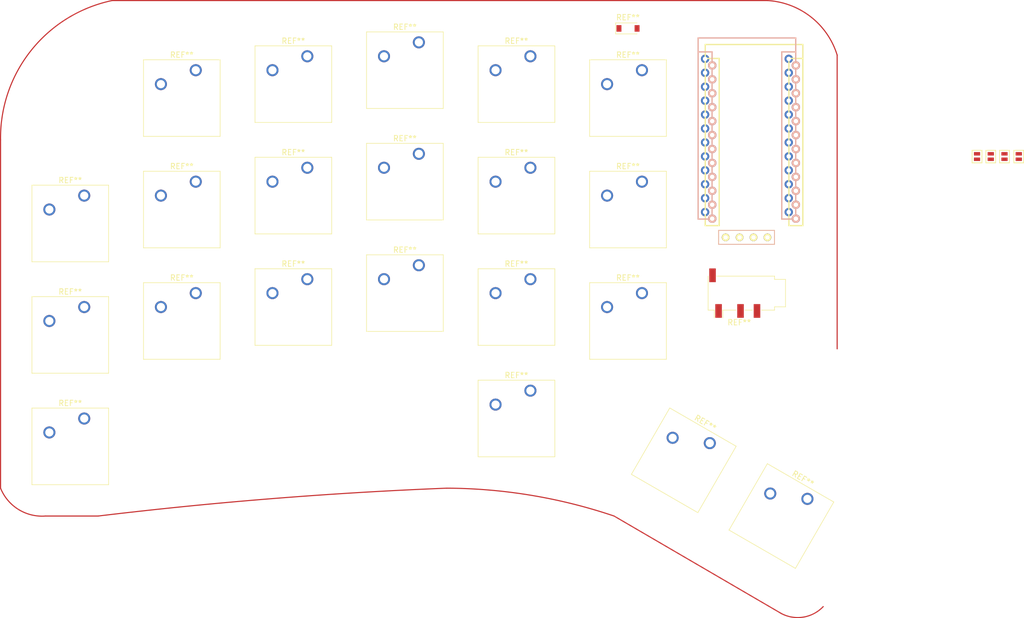
<source format=kicad_pcb>
(kicad_pcb (version 20211014) (generator pcbnew)
  (layers (0 "F.Cu" signal) (31 "B.Cu" signal) (34 "B.Paste" user) (35 "F.Paste" user) (36 "B.SilkS" user "B.Silkscreen") (37 "F.SilkS" user "F.Silkscreen") (38 "B.Mask" user) (39 "F.Mask" user) (44 "Edge.Cuts" user))
  (net 0 "")
  (footprint "Lily58-footprint:Jumper" (layer "F.Cu") (at 213.42 71.62038 90)
    (fp_text reference "JP1" hide)
    (fp_text value "" hide)
    (fp_line (start -1.143 -0.889) (end 1.143 -0.889) (layer "F.SilkS") (width 0.15))
    (fp_line (start -1.143 0.889) (end -1.143 -0.889) (layer "F.SilkS") (width 0.15))
    (fp_line (start 1.143 -0.889) (end 1.143 0.889) (layer "F.SilkS") (width 0.15))
    (fp_line (start 1.143 0.889) (end -1.143 0.889) (layer "F.SilkS") (width 0.15))
    (pad "1" smd rect locked (at -0.50038 0 90) (size 0.635 1.143) (layers "F.Cu" "F.Paste" "F.Mask") (clearance 0.1905))
    (pad "2" smd rect locked (at 0.50038 0 90) (size 0.635 1.143) (layers "F.Cu" "F.Paste" "F.Mask") (clearance 0.1905))
  )
  (footprint "Button_Switch_Keyboard:SW_Cherry_MX_1.00u_PCB" (layer "F.Cu") (at 144.78 96.52)
    (fp_text reference "REF**" (at -2.54 -2.794) (layer "F.SilkS"))
    (fp_text value "SW_Cherry_MX_1.00u_PCB")
    (fp_line (start -9.525 12.065) (end -9.525 -1.905) (layer "F.SilkS") (width 0.12))
    (fp_line (start 4.445 12.065) (end -9.525 12.065) (layer "F.SilkS") (width 0.12))
    (fp_line (start -9.525 -1.905) (end 4.445 -1.905) (layer "F.SilkS") (width 0.12))
    (fp_line (start 4.445 -1.905) (end 4.445 12.065) (layer "F.SilkS") (width 0.12))
    (pad "" np_thru_hole circle (at 2.54 5.08) (size 1.7 1.7) (drill 1.7) (layers *.Cu *.Mask))
    (pad "" np_thru_hole circle (at -2.54 5.08) (size 4 4) (drill 4) (layers *.Cu *.Mask))
    (pad "" np_thru_hole circle (at -7.62 5.08) (size 1.7 1.7) (drill 1.7) (layers *.Cu *.Mask))
    (pad "1" thru_hole circle (at 0 0) (size 2.2 2.2) (drill 1.5) (layers *.Cu *.Mask))
    (pad "2" thru_hole circle (at -6.35 2.54) (size 2.2 2.2) (drill 1.5) (layers *.Cu *.Mask))
  )
  (footprint "Button_Switch_Keyboard:SW_Cherry_MX_1.00u_PCB" (layer "F.Cu") (at 124.46 53.34)
    (fp_text reference "REF**" (at -2.54 -2.794) (layer "F.SilkS"))
    (fp_text value "SW_Cherry_MX_1.00u_PCB")
    (fp_line (start -9.525 12.065) (end -9.525 -1.905) (layer "F.SilkS") (width 0.12))
    (fp_line (start 4.445 12.065) (end -9.525 12.065) (layer "F.SilkS") (width 0.12))
    (fp_line (start -9.525 -1.905) (end 4.445 -1.905) (layer "F.SilkS") (width 0.12))
    (fp_line (start 4.445 -1.905) (end 4.445 12.065) (layer "F.SilkS") (width 0.12))
    (pad "" np_thru_hole circle (at 2.54 5.08) (size 1.7 1.7) (drill 1.7) (layers *.Cu *.Mask))
    (pad "" np_thru_hole circle (at -2.54 5.08) (size 4 4) (drill 4) (layers *.Cu *.Mask))
    (pad "" np_thru_hole circle (at -7.62 5.08) (size 1.7 1.7) (drill 1.7) (layers *.Cu *.Mask))
    (pad "1" thru_hole circle (at 0 0) (size 2.2 2.2) (drill 1.5) (layers *.Cu *.Mask))
    (pad "2" thru_hole circle (at -6.35 2.54) (size 2.2 2.2) (drill 1.5) (layers *.Cu *.Mask))
  )
  (footprint "Button_Switch_Keyboard:SW_Cherry_MX_1.00u_PCB" (layer "F.Cu") (at 63.5 76.2)
    (fp_text reference "REF**" (at -2.54 -2.794) (layer "F.SilkS"))
    (fp_text value "SW_Cherry_MX_1.00u_PCB")
    (fp_line (start -9.525 12.065) (end -9.525 -1.905) (layer "F.SilkS") (width 0.12))
    (fp_line (start 4.445 12.065) (end -9.525 12.065) (layer "F.SilkS") (width 0.12))
    (fp_line (start -9.525 -1.905) (end 4.445 -1.905) (layer "F.SilkS") (width 0.12))
    (fp_line (start 4.445 -1.905) (end 4.445 12.065) (layer "F.SilkS") (width 0.12))
    (pad "" np_thru_hole circle (at 2.54 5.08) (size 1.7 1.7) (drill 1.7) (layers *.Cu *.Mask))
    (pad "" np_thru_hole circle (at -2.54 5.08) (size 4 4) (drill 4) (layers *.Cu *.Mask))
    (pad "" np_thru_hole circle (at -7.62 5.08) (size 1.7 1.7) (drill 1.7) (layers *.Cu *.Mask))
    (pad "1" thru_hole circle (at 0 0) (size 2.2 2.2) (drill 1.5) (layers *.Cu *.Mask))
    (pad "2" thru_hole circle (at -6.35 2.54) (size 2.2 2.2) (drill 1.5) (layers *.Cu *.Mask))
  )
  (footprint "Button_Switch_Keyboard:SW_Cherry_MX_1.00u_PCB" (layer "F.Cu") (at 174.919705 134.030591 -30)
    (fp_text reference "REF**" (at -2.54 -2.794 150) (layer "F.SilkS"))
    (fp_text value "SW_Cherry_MX_1.00u_PCB")
    (fp_line (start -9.525 12.065) (end -9.525 -1.905) (layer "F.SilkS") (width 0.12))
    (fp_line (start 4.445 12.065) (end -9.525 12.065) (layer "F.SilkS") (width 0.12))
    (fp_line (start -9.525 -1.905) (end 4.445 -1.905) (layer "F.SilkS") (width 0.12))
    (fp_line (start 4.445 -1.905) (end 4.445 12.065) (layer "F.SilkS") (width 0.12))
    (pad "" np_thru_hole circle (at 2.54 5.08 330) (size 1.7 1.7) (drill 1.7) (layers *.Cu *.Mask))
    (pad "" np_thru_hole circle (at -2.54 5.08 330) (size 4 4) (drill 4) (layers *.Cu *.Mask))
    (pad "" np_thru_hole circle (at -7.62 5.08 330) (size 1.7 1.7) (drill 1.7) (layers *.Cu *.Mask))
    (pad "1" thru_hole circle (at 0 0 330) (size 2.2 2.2) (drill 1.5) (layers *.Cu *.Mask))
    (pad "2" thru_hole circle (at -6.35 2.54 330) (size 2.2 2.2) (drill 1.5) (layers *.Cu *.Mask))
  )
  (footprint "Button_Switch_Keyboard:SW_Cherry_MX_1.00u_PCB" (layer "F.Cu") (at 63.5 55.88)
    (fp_text reference "REF**" (at -2.54 -2.794) (layer "F.SilkS"))
    (fp_text value "SW_Cherry_MX_1.00u_PCB")
    (fp_line (start -9.525 12.065) (end -9.525 -1.905) (layer "F.SilkS") (width 0.12))
    (fp_line (start 4.445 12.065) (end -9.525 12.065) (layer "F.SilkS") (width 0.12))
    (fp_line (start -9.525 -1.905) (end 4.445 -1.905) (layer "F.SilkS") (width 0.12))
    (fp_line (start 4.445 -1.905) (end 4.445 12.065) (layer "F.SilkS") (width 0.12))
    (pad "" np_thru_hole circle (at 2.54 5.08) (size 1.7 1.7) (drill 1.7) (layers *.Cu *.Mask))
    (pad "" np_thru_hole circle (at -2.54 5.08) (size 4 4) (drill 4) (layers *.Cu *.Mask))
    (pad "" np_thru_hole circle (at -7.62 5.08) (size 1.7 1.7) (drill 1.7) (layers *.Cu *.Mask))
    (pad "1" thru_hole circle (at 0 0) (size 2.2 2.2) (drill 1.5) (layers *.Cu *.Mask))
    (pad "2" thru_hole circle (at -6.35 2.54) (size 2.2 2.2) (drill 1.5) (layers *.Cu *.Mask))
  )
  (footprint "Button_Switch_Keyboard:SW_Cherry_MX_1.00u_PCB" (layer "F.Cu") (at 144.78 55.88)
    (fp_text reference "REF**" (at -2.54 -2.794) (layer "F.SilkS"))
    (fp_text value "SW_Cherry_MX_1.00u_PCB")
    (fp_line (start -9.525 12.065) (end -9.525 -1.905) (layer "F.SilkS") (width 0.12))
    (fp_line (start 4.445 12.065) (end -9.525 12.065) (layer "F.SilkS") (width 0.12))
    (fp_line (start -9.525 -1.905) (end 4.445 -1.905) (layer "F.SilkS") (width 0.12))
    (fp_line (start 4.445 -1.905) (end 4.445 12.065) (layer "F.SilkS") (width 0.12))
    (pad "" np_thru_hole circle (at 2.54 5.08) (size 1.7 1.7) (drill 1.7) (layers *.Cu *.Mask))
    (pad "" np_thru_hole circle (at -2.54 5.08) (size 4 4) (drill 4) (layers *.Cu *.Mask))
    (pad "" np_thru_hole circle (at -7.62 5.08) (size 1.7 1.7) (drill 1.7) (layers *.Cu *.Mask))
    (pad "1" thru_hole circle (at 0 0) (size 2.2 2.2) (drill 1.5) (layers *.Cu *.Mask))
    (pad "2" thru_hole circle (at -6.35 2.54) (size 2.2 2.2) (drill 1.5) (layers *.Cu *.Mask))
  )
  (footprint "Button_Switch_Keyboard:SW_Cherry_MX_1.00u_PCB" (layer "F.Cu") (at 83.82 73.66)
    (fp_text reference "REF**" (at -2.54 -2.794) (layer "F.SilkS"))
    (fp_text value "SW_Cherry_MX_1.00u_PCB")
    (fp_line (start -9.525 12.065) (end -9.525 -1.905) (layer "F.SilkS") (width 0.12))
    (fp_line (start 4.445 12.065) (end -9.525 12.065) (layer "F.SilkS") (width 0.12))
    (fp_line (start -9.525 -1.905) (end 4.445 -1.905) (layer "F.SilkS") (width 0.12))
    (fp_line (start 4.445 -1.905) (end 4.445 12.065) (layer "F.SilkS") (width 0.12))
    (pad "" np_thru_hole circle (at 2.54 5.08) (size 1.7 1.7) (drill 1.7) (layers *.Cu *.Mask))
    (pad "" np_thru_hole circle (at -2.54 5.08) (size 4 4) (drill 4) (layers *.Cu *.Mask))
    (pad "" np_thru_hole circle (at -7.62 5.08) (size 1.7 1.7) (drill 1.7) (layers *.Cu *.Mask))
    (pad "1" thru_hole circle (at 0 0) (size 2.2 2.2) (drill 1.5) (layers *.Cu *.Mask))
    (pad "2" thru_hole circle (at -6.35 2.54) (size 2.2 2.2) (drill 1.5) (layers *.Cu *.Mask))
  )
  (footprint "Button_Switch_Keyboard:SW_Cherry_MX_1.00u_PCB" (layer "F.Cu") (at 63.5 96.52)
    (fp_text reference "REF**" (at -2.54 -2.794) (layer "F.SilkS"))
    (fp_text value "SW_Cherry_MX_1.00u_PCB")
    (fp_line (start -9.525 12.065) (end -9.525 -1.905) (layer "F.SilkS") (width 0.12))
    (fp_line (start 4.445 12.065) (end -9.525 12.065) (layer "F.SilkS") (width 0.12))
    (fp_line (start -9.525 -1.905) (end 4.445 -1.905) (layer "F.SilkS") (width 0.12))
    (fp_line (start 4.445 -1.905) (end 4.445 12.065) (layer "F.SilkS") (width 0.12))
    (pad "" np_thru_hole circle (at 2.54 5.08) (size 1.7 1.7) (drill 1.7) (layers *.Cu *.Mask))
    (pad "" np_thru_hole circle (at -2.54 5.08) (size 4 4) (drill 4) (layers *.Cu *.Mask))
    (pad "" np_thru_hole circle (at -7.62 5.08) (size 1.7 1.7) (drill 1.7) (layers *.Cu *.Mask))
    (pad "1" thru_hole circle (at 0 0) (size 2.2 2.2) (drill 1.5) (layers *.Cu *.Mask))
    (pad "2" thru_hole circle (at -6.35 2.54) (size 2.2 2.2) (drill 1.5) (layers *.Cu *.Mask))
  )
  (footprint "Button_Switch_Keyboard:SW_Cherry_MX_1.00u_PCB" (layer "F.Cu") (at 104.14 50.8)
    (fp_text reference "REF**" (at -2.54 -2.794) (layer "F.SilkS"))
    (fp_text value "SW_Cherry_MX_1.00u_PCB")
    (fp_line (start -9.525 12.065) (end -9.525 -1.905) (layer "F.SilkS") (width 0.12))
    (fp_line (start 4.445 12.065) (end -9.525 12.065) (layer "F.SilkS") (width 0.12))
    (fp_line (start -9.525 -1.905) (end 4.445 -1.905) (layer "F.SilkS") (width 0.12))
    (fp_line (start 4.445 -1.905) (end 4.445 12.065) (layer "F.SilkS") (width 0.12))
    (pad "" np_thru_hole circle (at 2.54 5.08) (size 1.7 1.7) (drill 1.7) (layers *.Cu *.Mask))
    (pad "" np_thru_hole circle (at -2.54 5.08) (size 4 4) (drill 4) (layers *.Cu *.Mask))
    (pad "" np_thru_hole circle (at -7.62 5.08) (size 1.7 1.7) (drill 1.7) (layers *.Cu *.Mask))
    (pad "1" thru_hole circle (at 0 0) (size 2.2 2.2) (drill 1.5) (layers *.Cu *.Mask))
    (pad "2" thru_hole circle (at -6.35 2.54) (size 2.2 2.2) (drill 1.5) (layers *.Cu *.Mask))
  )
  (footprint "Lily58-footprint:Jumper" (layer "F.Cu") (at 205.82 71.62038 90)
    (fp_text reference "JP4" hide)
    (fp_text value "" hide)
    (fp_line (start -1.143 -0.889) (end 1.143 -0.889) (layer "F.SilkS") (width 0.15))
    (fp_line (start 1.143 0.889) (end -1.143 0.889) (layer "F.SilkS") (width 0.15))
    (fp_line (start 1.143 -0.889) (end 1.143 0.889) (layer "F.SilkS") (width 0.15))
    (fp_line (start -1.143 0.889) (end -1.143 -0.889) (layer "F.SilkS") (width 0.15))
    (pad "1" smd rect locked (at -0.50038 0 90) (size 0.635 1.143) (layers "F.Cu" "F.Paste" "F.Mask") (clearance 0.1905))
    (pad "2" smd rect locked (at 0.50038 0 90) (size 0.635 1.143) (layers "F.Cu" "F.Paste" "F.Mask") (clearance 0.1905))
  )
  (footprint "Button_Switch_Keyboard:SW_Cherry_MX_1.00u_PCB" (layer "F.Cu") (at 124.46 114.3)
    (fp_text reference "REF**" (at -2.54 -2.794) (layer "F.SilkS"))
    (fp_text value "SW_Cherry_MX_1.00u_PCB")
    (fp_line (start -9.525 12.065) (end -9.525 -1.905) (layer "F.SilkS") (width 0.12))
    (fp_line (start 4.445 12.065) (end -9.525 12.065) (layer "F.SilkS") (width 0.12))
    (fp_line (start -9.525 -1.905) (end 4.445 -1.905) (layer "F.SilkS") (width 0.12))
    (fp_line (start 4.445 -1.905) (end 4.445 12.065) (layer "F.SilkS") (width 0.12))
    (pad "" np_thru_hole circle (at 2.54 5.08) (size 1.7 1.7) (drill 1.7) (layers *.Cu *.Mask))
    (pad "" np_thru_hole circle (at -2.54 5.08) (size 4 4) (drill 4) (layers *.Cu *.Mask))
    (pad "" np_thru_hole circle (at -7.62 5.08) (size 1.7 1.7) (drill 1.7) (layers *.Cu *.Mask))
    (pad "1" thru_hole circle (at 0 0) (size 2.2 2.2) (drill 1.5) (layers *.Cu *.Mask))
    (pad "2" thru_hole circle (at -6.35 2.54) (size 2.2 2.2) (drill 1.5) (layers *.Cu *.Mask))
  )
  (footprint "Button_Switch_Keyboard:SW_Cherry_MX_1.00u_PCB" (layer "F.Cu") (at 124.46 93.98)
    (fp_text reference "REF**" (at -2.54 -2.794) (layer "F.SilkS"))
    (fp_text value "SW_Cherry_MX_1.00u_PCB")
    (fp_line (start -9.525 12.065) (end -9.525 -1.905) (layer "F.SilkS") (width 0.12))
    (fp_line (start 4.445 12.065) (end -9.525 12.065) (layer "F.SilkS") (width 0.12))
    (fp_line (start -9.525 -1.905) (end 4.445 -1.905) (layer "F.SilkS") (width 0.12))
    (fp_line (start 4.445 -1.905) (end 4.445 12.065) (layer "F.SilkS") (width 0.12))
    (pad "" np_thru_hole circle (at 2.54 5.08) (size 1.7 1.7) (drill 1.7) (layers *.Cu *.Mask))
    (pad "" np_thru_hole circle (at -2.54 5.08) (size 4 4) (drill 4) (layers *.Cu *.Mask))
    (pad "" np_thru_hole circle (at -7.62 5.08) (size 1.7 1.7) (drill 1.7) (layers *.Cu *.Mask))
    (pad "1" thru_hole circle (at 0 0) (size 2.2 2.2) (drill 1.5) (layers *.Cu *.Mask))
    (pad "2" thru_hole circle (at -6.35 2.54) (size 2.2 2.2) (drill 1.5) (layers *.Cu *.Mask))
  )
  (footprint "Lily58-footprint:OLED_4Pin" (layer "F.Cu") (at 160.02 86.36)
    (fp_text reference "J3" hide)
    (fp_text value "OLED" hide)
    (fp_line (start 8.89 -1.27) (end 8.89 1.27) (layer "B.SilkS") (width 0.15))
    (fp_line (start 8.89 1.27) (end -1.27 1.27) (layer "B.SilkS") (width 0.15))
    (fp_line (start -1.27 1.27) (end -1.27 -1.27) (layer "B.SilkS") (width 0.15))
    (fp_line (start -1.27 -1.27) (end 8.89 -1.27) (layer "B.SilkS") (width 0.15))
    (fp_line (start -1.27 1.27) (end -1.27 -1.27) (layer "F.SilkS") (width 0.15))
    (fp_line (start -1.27 -1.27) (end 8.89 -1.27) (layer "F.SilkS") (width 0.15))
    (fp_line (start 8.89 -1.27) (end 8.89 1.27) (layer "F.SilkS") (width 0.15))
    (fp_line (start -1.27 1.27) (end 8.89 1.27) (layer "F.SilkS") (width 0.15))
    (pad "1" thru_hole circle locked (at 0 0) (size 1.397 1.397) (drill 0.8128) (layers *.Cu *.Mask "F.SilkS"))
    (pad "2" thru_hole circle locked (at 2.54 0) (size 1.397 1.397) (drill 0.8128) (layers *.Cu *.Mask "F.SilkS"))
    (pad "3" thru_hole circle locked (at 5.08 0) (size 1.397 1.397) (drill 0.8128) (layers *.Cu *.Mask "F.SilkS"))
    (pad "4" thru_hole circle locked (at 7.62 0) (size 1.397 1.397) (drill 0.8128) (layers *.Cu *.Mask "F.SilkS"))
  )
  (footprint "Button_Switch_Keyboard:SW_Cherry_MX_1.00u_PCB" (layer "F.Cu") (at 83.82 53.34)
    (fp_text reference "REF**" (at -2.54 -2.794) (layer "F.SilkS"))
    (fp_text value "SW_Cherry_MX_1.00u_PCB")
    (fp_line (start -9.525 12.065) (end -9.525 -1.905) (layer "F.SilkS") (width 0.12))
    (fp_line (start 4.445 12.065) (end -9.525 12.065) (layer "F.SilkS") (width 0.12))
    (fp_line (start -9.525 -1.905) (end 4.445 -1.905) (layer "F.SilkS") (width 0.12))
    (fp_line (start 4.445 -1.905) (end 4.445 12.065) (layer "F.SilkS") (width 0.12))
    (pad "" np_thru_hole circle (at 2.54 5.08) (size 1.7 1.7) (drill 1.7) (layers *.Cu *.Mask))
    (pad "" np_thru_hole circle (at -2.54 5.08) (size 4 4) (drill 4) (layers *.Cu *.Mask))
    (pad "" np_thru_hole circle (at -7.62 5.08) (size 1.7 1.7) (drill 1.7) (layers *.Cu *.Mask))
    (pad "1" thru_hole circle (at 0 0) (size 2.2 2.2) (drill 1.5) (layers *.Cu *.Mask))
    (pad "2" thru_hole circle (at -6.35 2.54) (size 2.2 2.2) (drill 1.5) (layers *.Cu *.Mask))
  )
  (footprint "Connector_Audio:Jack_3.5mm_PJ320D_Horizontal" (layer "F.Cu") (at 162.56 96.52 180)
    (fp_text reference "REF**" (at 0.05 -5.35) (layer "F.SilkS"))
    (fp_text value "Jack_3.5mm_PJ320D_Horizontal")
    (fp_line (start 4.6 -3.1) (end 5.725 -3.1) (layer "F.SilkS") (width 0.12))
    (fp_line (start 4.15 3.1) (end -6.375 3.1) (layer "F.SilkS") (width 0.12))
    (fp_line (start -6.375 -2.5) (end -8.375 -2.5) (layer "F.SilkS") (width 0.12))
    (fp_line (start 0.65 -3.1) (end 3.05 -3.1) (layer "F.SilkS") (width 0.12))
    (fp_line (start -6.375 -3.1) (end -4 -3.1) (layer "F.SilkS") (width 0.12))
    (fp_line (start 4.6 -3.1) (end 4.6 -4.5) (layer "F.SilkS") (width 0.12))
    (fp_line (start 3.05 -3.1) (end 3.05 -4.5) (layer "F.SilkS") (width 0.12))
    (fp_line (start -6.375 -3.1) (end -6.375 -2.5) (layer "F.SilkS") (width 0.12))
    (fp_line (start -2.35 -3.1) (end -1 -3.1) (layer "F.SilkS") (width 0.12))
    (fp_line (start -8.375 -2.5) (end -8.375 2.5) (layer "F.SilkS") (width 0.12))
    (fp_line (start -6.375 2.5) (end -6.375 3.1) (layer "F.SilkS") (width 0.12))
    (fp_line (start 5.725 3.1) (end 5.725 -3.1) (layer "F.SilkS") (width 0.12))
    (fp_line (start -6.375 2.5) (end -8.375 2.5) (layer "F.SilkS") (width 0.12))
    (pad "" np_thru_hole circle (at -4.775 0 180) (size 1.5 1.5) (drill 1.5) (layers *.Cu *.Mask))
    (pad "" np_thru_hole circle (at 2.225 0 180) (size 1.5 1.5) (drill 1.5) (layers *.Cu *.Mask))
    (pad "R1" smd rect (at -0.175 -3.25 180) (size 1.2 2.5) (layers "F.Cu" "F.Paste" "F.Mask"))
    (pad "R2" smd rect (at -3.175 -3.25 180) (size 1.2 2.5) (layers "F.Cu" "F.Paste" "F.Mask"))
    (pad "S" smd rect (at 4.925 3.25 180) (size 1.2 2.5) (layers "F.Cu" "F.Paste" "F.Mask"))
    (pad "T" smd rect (at 3.825 -3.25 180) (size 1.2 2.5) (layers "F.Cu" "F.Paste" "F.Mask"))
  )
  (footprint "Button_Switch_Keyboard:SW_Cherry_MX_1.00u_PCB" (layer "F.Cu") (at 124.46 73.66)
    (fp_text reference "REF**" (at -2.54 -2.794) (layer "F.SilkS"))
    (fp_text value "SW_Cherry_MX_1.00u_PCB")
    (fp_line (start -9.525 12.065) (end -9.525 -1.905) (layer "F.SilkS") (width 0.12))
    (fp_line (start 4.445 12.065) (end -9.525 12.065) (layer "F.SilkS") (width 0.12))
    (fp_line (start -9.525 -1.905) (end 4.445 -1.905) (layer "F.SilkS") (width 0.12))
    (fp_line (start 4.445 -1.905) (end 4.445 12.065) (layer "F.SilkS") (width 0.12))
    (pad "" np_thru_hole circle (at 2.54 5.08) (size 1.7 1.7) (drill 1.7) (layers *.Cu *.Mask))
    (pad "" np_thru_hole circle (at -2.54 5.08) (size 4 4) (drill 4) (layers *.Cu *.Mask))
    (pad "" np_thru_hole circle (at -7.62 5.08) (size 1.7 1.7) (drill 1.7) (layers *.Cu *.Mask))
    (pad "1" thru_hole circle (at 0 0) (size 2.2 2.2) (drill 1.5) (layers *.Cu *.Mask))
    (pad "2" thru_hole circle (at -6.35 2.54) (size 2.2 2.2) (drill 1.5) (layers *.Cu *.Mask))
  )
  (footprint "Button_Switch_Keyboard:SW_Cherry_MX_1.00u_PCB" (layer "F.Cu") (at 83.82 93.98)
    (fp_text reference "REF**" (at -2.54 -2.794) (layer "F.SilkS"))
    (fp_text value "SW_Cherry_MX_1.00u_PCB")
    (fp_line (start -9.525 12.065) (end -9.525 -1.905) (layer "F.SilkS") (width 0.12))
    (fp_line (start 4.445 12.065) (end -9.525 12.065) (layer "F.SilkS") (width 0.12))
    (fp_line (start -9.525 -1.905) (end 4.445 -1.905) (layer "F.SilkS") (width 0.12))
    (fp_line (start 4.445 -1.905) (end 4.445 12.065) (layer "F.SilkS") (width 0.12))
    (pad "" np_thru_hole circle (at 2.54 5.08) (size 1.7 1.7) (drill 1.7) (layers *.Cu *.Mask))
    (pad "" np_thru_hole circle (at -2.54 5.08) (size 4 4) (drill 4) (layers *.Cu *.Mask))
    (pad "" np_thru_hole circle (at -7.62 5.08) (size 1.7 1.7) (drill 1.7) (layers *.Cu *.Mask))
    (pad "1" thru_hole circle (at 0 0) (size 2.2 2.2) (drill 1.5) (layers *.Cu *.Mask))
    (pad "2" thru_hole circle (at -6.35 2.54) (size 2.2 2.2) (drill 1.5) (layers *.Cu *.Mask))
  )
  (footprint "Button_Switch_Keyboard:SW_Cherry_MX_1.00u_PCB" (layer "F.Cu") (at 43.18 119.38)
    (fp_text reference "REF**" (at -2.54 -2.794) (layer "F.SilkS"))
    (fp_text value "SW_Cherry_MX_1.00u_PCB")
    (fp_line (start -9.525 12.065) (end -9.525 -1.905) (layer "F.SilkS") (width 0.12))
    (fp_line (start 4.445 12.065) (end -9.525 12.065) (layer "F.SilkS") (width 0.12))
    (fp_line (start -9.525 -1.905) (end 4.445 -1.905) (layer "F.SilkS") (width 0.12))
    (fp_line (start 4.445 -1.905) (end 4.445 12.065) (layer "F.SilkS") (width 0.12))
    (pad "" np_thru_hole circle (at 2.54 5.08) (size 1.7 1.7) (drill 1.7) (layers *.Cu *.Mask))
    (pad "" np_thru_hole circle (at -2.54 5.08) (size 4 4) (drill 4) (layers *.Cu *.Mask))
    (pad "" np_thru_hole circle (at -7.62 5.08) (size 1.7 1.7) (drill 1.7) (layers *.Cu *.Mask))
    (pad "1" thru_hole circle (at 0 0) (size 2.2 2.2) (drill 1.5) (layers *.Cu *.Mask))
    (pad "2" thru_hole circle (at -6.35 2.54) (size 2.2 2.2) (drill 1.5) (layers *.Cu *.Mask))
  )
  (footprint "Button_Switch_Keyboard:SW_Cherry_MX_1.00u_PCB" (layer "F.Cu") (at 144.78 76.2)
    (fp_text reference "REF**" (at -2.54 -2.794) (layer "F.SilkS"))
    (fp_text value "SW_Cherry_MX_1.00u_PCB")
    (fp_line (start -9.525 12.065) (end -9.525 -1.905) (layer "F.SilkS") (width 0.12))
    (fp_line (start 4.445 12.065) (end -9.525 12.065) (layer "F.SilkS") (width 0.12))
    (fp_line (start -9.525 -1.905) (end 4.445 -1.905) (layer "F.SilkS") (width 0.12))
    (fp_line (start 4.445 -1.905) (end 4.445 12.065) (layer "F.SilkS") (width 0.12))
    (pad "" np_thru_hole circle (at 2.54 5.08) (size 1.7 1.7) (drill 1.7) (layers *.Cu *.Mask))
    (pad "" np_thru_hole circle (at -2.54 5.08) (size 4 4) (drill 4) (layers *.Cu *.Mask))
    (pad "" np_thru_hole circle (at -7.62 5.08) (size 1.7 1.7) (drill 1.7) (layers *.Cu *.Mask))
    (pad "1" thru_hole circle (at 0 0) (size 2.2 2.2) (drill 1.5) (layers *.Cu *.Mask))
    (pad "2" thru_hole circle (at -6.35 2.54) (size 2.2 2.2) (drill 1.5) (layers *.Cu *.Mask))
  )
  (footprint "Diode_SMD:D_SOD-123" (layer "F.Cu") (at 142.24 48.26)
    (fp_text reference "REF**" (at 0 -2) (layer "F.SilkS"))
    (fp_text value "D_SOD-123")
    (fp_line (start -2.25 -1) (end -2.25 1) (layer "F.SilkS") (width 0.12))
    (fp_line (start -2.25 1) (end 1.65 1) (layer "F.SilkS") (width 0.12))
    (fp_line (start -2.25 -1) (end 1.65 -1) (layer "F.SilkS") (width 0.12))
    (pad "1" smd rect (at -1.65 0) (size 0.9 1.2) (layers "F.Cu" "F.Paste" "F.Mask"))
    (pad "2" smd rect (at 1.65 0) (size 0.9 1.2) (layers "F.Cu" "F.Paste" "F.Mask"))
  )
  (footprint "Lily58-footprint:ProMicro_rev2" (layer "F.Cu") (at 165.1 68.58)
    (fp_text reference "U1" hide)
    (fp_text value "ProMicro" hide)
    (fp_line (start 5.15 -16.04) (end 7.69 -16.04) (layer "B.SilkS") (width 0.25))
    (fp_line (start -7.55 14.44) (end -10.09 14.44) (layer "B.SilkS") (width 0.25))
    (fp_line (start -10.09 14.44) (end -10.09 -16.04) (layer "B.SilkS") (width 0.15))
    (fp_line (start -10.09 14.44) (end -10.09 -18.58) (layer "B.SilkS") (width 0.25))
    (fp_line (start 5.15 14.44) (end 5.15 -16.04) (layer "B.SilkS") (width 0.25))
    (fp_line (start -7.55 -16.04) (end -7.55 14.44) (layer "B.SilkS") (width 0.25))
    (fp_line (start -10.09 -18.58) (end 7.69 -18.58) (layer "B.SilkS") (width 0.25))
    (fp_line (start 7.69 14.44) (end 5.15 14.44) (layer "B.SilkS") (width 0.25))
    (fp_line (start -10.09 -16.04) (end -7.55 -16.04) (layer "B.SilkS") (width 0.25))
    (fp_line (start 7.69 -16.04) (end 7.69 14.44) (layer "B.SilkS") (width 0.15))
    (fp_line (start 7.69 -18.58) (end 7.69 14.44) (layer "B.SilkS") (width 0.25))
    (fp_line (start -6.251185 15.635745) (end -6.251185 -14.844255) (layer "F.SilkS") (width 0.25))
    (fp_line (start 6.448815 15.635745) (end 8.988815 15.635745) (layer "F.SilkS") (width 0.25))
    (fp_line (start 8.988815 -17.384255) (end -8.791185 -17.384255) (layer "F.SilkS") (width 0.25))
    (fp_line (start -8.791185 -14.844255) (end -8.791185 15.635745) (layer "F.SilkS") (width 0.15))
    (fp_line (start -6.251185 -14.844255) (end -8.791185 -14.844255) (layer "F.SilkS") (width 0.25))
    (fp_line (start -8.791185 15.635745) (end -6.251185 15.635745) (layer "F.SilkS") (width 0.25))
    (fp_line (start 8.988815 15.635745) (end 8.988815 -14.844255) (layer "F.SilkS") (width 0.15))
    (fp_line (start 8.988815 -14.844255) (end 6.448815 -14.844255) (layer "F.SilkS") (width 0.25))
    (fp_line (start -8.791185 -17.384255) (end -8.791185 15.635745) (layer "F.SilkS") (width 0.25))
    (fp_line (start 6.448815 -14.844255) (end 6.448815 15.635745) (layer "F.SilkS") (width 0.25))
    (fp_line (start 8.988815 15.635745) (end 8.988815 -17.384255) (layer "F.SilkS") (width 0.25))
    (pad "1" thru_hole circle locked (at 7.718815 -13.574255 180) (size 1.524 1.524) (drill 0.8128) (layers *.Cu *.Mask "B.SilkS"))
    (pad "1" thru_hole circle locked (at -8.82 -14.77) (size 1.524 1.524) (drill 0.8128) (layers *.Cu *.Mask))
    (pad "2" thru_hole circle locked (at 7.718815 -11.034255 180) (size 1.524 1.524) (drill 0.8128) (layers *.Cu *.Mask "B.SilkS"))
    (pad "2" thru_hole circle locked (at -8.82 -12.23) (size 1.524 1.524) (drill 0.8128) (layers *.Cu *.Mask))
    (pad "3" thru_hole circle locked (at -8.82 -9.69) (size 1.524 1.524) (drill 0.8128) (layers *.Cu *.Mask))
    (pad "3" thru_hole circle locked (at 7.718815 -8.494255 180) (size 1.524 1.524) (drill 0.8128) (layers *.Cu *.Mask "B.SilkS"))
    (pad "4" thru_hole circle locked (at 7.718815 -5.954255 180) (size 1.524 1.524) (drill 0.8128) (layers *.Cu *.Mask "B.SilkS"))
    (pad "4" thru_hole circle locked (at -8.82 -7.15) (size 1.524 1.524) (drill 0.8128) (layers *.Cu *.Mask))
    (pad "5" thru_hole circle locked (at 7.718815 -3.414255 180) (size 1.524 1.524) (drill 0.8128) (layers *.Cu *.Mask "B.SilkS"))
    (pad "5" thru_hole circle locked (at -8.82 -4.61) (size 1.524 1.524) (drill 0.8128) (layers *.Cu *.Mask))
    (pad "6" thru_hole circle locked (at 7.718815 -0.874255 180) (size 1.524 1.524) (drill 0.8128) (layers *.Cu *.Mask "B.SilkS"))
    (pad "6" thru_hole circle locked (at -8.82 -2.07) (size 1.524 1.524) (drill 0.8128) (layers *.Cu *.Mask))
    (pad "7" thru_hole circle locked (at -8.82 0.47) (size 1.524 1.524) (drill 0.8128) (layers *.Cu *.Mask))
    (pad "7" thru_hole circle locked (at 7.718815 1.665745 180) (size 1.524 1.524) (drill 0.8128) (layers *.Cu *.Mask "B.SilkS"))
    (pad "8" thru_hole circle locked (at -8.82 3.01) (size 1.524 1.524) (drill 0.8128) (layers *.Cu *.Mask))
    (pad "8" thru_hole circle locked (at 7.718815 4.205745 180) (size 1.524 1.524) (drill 0.8128) (layers *.Cu *.Mask "B.SilkS"))
    (pad "9" thru_hole circle locked (at -8.82 5.55) (size 1.524 1.524) (drill 0.8128) (layers *.Cu *.Mask))
    (pad "9" thru_hole circle locked (at 7.718815 6.745745 180) (size 1.524 1.524) (drill 0.8128) (layers *.Cu *.Mask "B.SilkS"))
    (pad "10" thru_hole circle locked (at -8.82 8.09) (size 1.524 1.524) (drill 0.8128) (layers *.Cu *.Mask))
    (pad "10" thru_hole circle locked (at 7.718815 9.285745 180) (size 1.524 1.524) (drill 0.8128) (layers *.Cu *.Mask "B.SilkS"))
    (pad "11" thru_hole circle locked (at 7.718815 11.825745 180) (size 1.524 1.524) (drill 0.8128) (layers *.Cu *.Mask "B.SilkS"))
    (pad "11" thru_hole circle locked (at -8.82 10.63) (size 1.524 1.524) (drill 0.8128) (layers *.Cu *.Mask))
    (pad "12" thru_hole circle locked (at 7.718815 14.365745 180) (size 1.524 1.524) (drill 0.8128) (layers *.Cu *.Mask "B.SilkS"))
    (pad "12" thru_hole circle locked (at -8.82 13.17) (size 1.524 1.524) (drill 0.8128) (layers *.Cu *.Mask))
    (pad "13" thru_hole circle locked (at 6.42 13.17) (size 1.524 1.524) (drill 0.8128) (layers *.Cu *.Mask))
    (pad "13" thru_hole circle locked (at -7.521185 14.365745 180) (size 1.524 1.524) (drill 0.8128) (layers *.Cu *.Mask "B.SilkS"))
    (pad "14" thru_hole circle locked (at -7.521185 11.825745 180) (size 1.524 1.524) (drill 0.8128) (layers *.Cu *.Mask "B.SilkS"))
    (pad "14" thru_hole circle locked (at 6.42 10.63) (size 1.524 1.524) (drill 0.8128) (layers *.Cu *.Mask))
    (pad "15" thru_hole circle locked (at -7.521185 9.285745 180) (size 1.524 1.524) (drill 0.8128) (layers *.Cu *.Mask "B.SilkS"))
    (pad "15" thru_hole circle locked (at 6.42 8.09) (size 1.524 1.524) (drill 0.8128) (layers *.Cu *.Mask))
    (pad "16" thru_hole circle locked (at 6.42 5.55) (size 1.524 1.524) (drill 0.8128) (layers *.Cu *.Mask))
    (pad "16" thru_hole circle locked (at -7.521185 6.745745 180) (size 1.524 1.524) (drill 0.8128) (layers *.Cu *.Mask "B.SilkS"))
    (pad "17" thru_hole circle locked (at -7.521185 4.205745 180) (size 1.524 1.524) (drill 0.8128) (layers *.Cu *.Mask "B.SilkS"))
    (pad "17" thru_hole circle locked (at 6.42 3.01) (size 1.524 1.524) (drill 0.8128) (layers *.Cu *.Mask))
    (pad "18" thru_hole circle locked (at 6.42 0.47) (size 1.524 1.524) (drill 0.8128) (layers *.Cu *.Mask))
    (pad "18" thru_hole circle locked (at -7.521185 1.665745 180) (size 1.524 1.524) (drill 0.8128) (layers *.Cu *.Mask "B.SilkS"))
    (pad "19" thru_hole circle locked (at -7.521185 -0.874255 180) (size 1.524 1.524) (drill 0.8128) (layers *.Cu *.Mask "B.SilkS"))
    (pad "19" thru_hole circle locked (at 6.42 -2.07) (size 1.524 1.524) (drill 0.8128) (layers *.Cu *.Mask))
    (pad "20" thru_hole circle locked (at 6.42 -4.61) (size 1.524 1.524) (drill 0.8128) (layers *.Cu *.Mask))
    (pad "20" thru_hole circle locked (at -7.521185 -3.414255 180) (size 1.524 1.524) (drill 0.8128) (layers *.Cu *.Mask "B.SilkS"))
    (pad "21" thru_hole circle locked (at -7.521185 -5.954255 180) (size 1.524 1.524) (drill 0.8128) (layers *.Cu *.Mask "B.SilkS"))
    (pad "21" thru_hole circle locked (at 6.42 -7.15) (size 1.524 1.524) (drill 0.8128) (layers *.Cu *.Mask))
    (pad "22" thru_hole circle locked (at 6.42 -9.69) (size 1.524 1.524) (drill 0.8128) (layers *.Cu *.Mask))
    (pad "22" thru_hole circle locked (at -7.521185 -8.494255 180) (size 1.524 1.524) (drill 0.8128) (layers *.Cu *.Mask "B.SilkS"))
    (pad "23" thru_hole circle locked (at 6.42 -12.23) (size 1.524 1.524) (drill 0.8128) (layers *.Cu *.Mask))
    (pad "23" thru_hole circle locked (at -7.521185 -11.034255 180) (size 1.524 1.524) (drill 0.8128) (layers *.Cu *.Mask "B.SilkS"))
    (pad "24" thru_hole circle locked (at 6.42 -14.77) (size 1.524 1.524) (drill 0.8128) (layers *.Cu *.Mask))
    (pad "24" thru_hole circle locked (at -7.521185 -13.574255 180) (size 1.524 1.524) (drill 0.8128) (layers *.Cu *.Mask "B.SilkS"))
  )
  (footprint "Lily58-footprint:Jumper" (layer "F.Cu") (at 210.82 71.62038 90)
    (fp_text reference "JP2" hide)
    (fp_text value "" hide)
    (fp_line (start 1.143 0.889) (end -1.143 0.889) (layer "F.SilkS") (width 0.15))
    (fp_line (start -1.143 -0.889) (end 1.143 -0.889) (layer "F.SilkS") (width 0.15))
    (fp_line (start -1.143 0.889) (end -1.143 -0.889) (layer "F.SilkS") (width 0.15))
    (fp_line (start 1.143 -0.889) (end 1.143 0.889) (layer "F.SilkS") (width 0.15))
    (pad "1" smd rect locked (at -0.50038 0 90) (size 0.635 1.143) (layers "F.Cu" "F.Paste" "F.Mask") (clearance 0.1905))
    (pad "2" smd rect locked (at 0.50038 0 90) (size 0.635 1.143) (layers "F.Cu" "F.Paste" "F.Mask") (clearance 0.1905))
  )
  (footprint "Button_Switch_Keyboard:SW_Cherry_MX_1.00u_PCB" (layer "F.Cu") (at 104.14 91.44)
    (fp_text reference "REF**" (at -2.54 -2.794) (layer "F.SilkS"))
    (fp_text value "SW_Cherry_MX_1.00u_PCB")
    (fp_line (start -9.525 12.065) (end -9.525 -1.905) (layer "F.SilkS") (width 0.12))
    (fp_line (start 4.445 12.065) (end -9.525 12.065) (layer "F.SilkS") (width 0.12))
    (fp_line (start -9.525 -1.905) (end 4.445 -1.905) (layer "F.SilkS") (width 0.12))
    (fp_line (start 4.445 -1.905) (end 4.445 12.065) (layer "F.SilkS") (width 0.12))
    (pad "" np_thru_hole circle (at 2.54 5.08) (size 1.7 1.7) (drill 1.7) (layers *.Cu *.Mask))
    (pad "" np_thru_hole circle (at -2.54 5.08) (size 4 4) (drill 4) (layers *.Cu *.Mask))
    (pad "" np_thru_hole circle (at -7.62 5.08) (size 1.7 1.7) (drill 1.7) (layers *.Cu *.Mask))
    (pad "1" thru_hole circle (at 0 0) (size 2.2 2.2) (drill 1.5) (layers *.Cu *.Mask))
    (pad "2" thru_hole circle (at -6.35 2.54) (size 2.2 2.2) (drill 1.5) (layers *.Cu *.Mask))
  )
  (footprint "Button_Switch_Keyboard:SW_Cherry_MX_1.00u_PCB" (layer "F.Cu") (at 43.18 78.74)
    (fp_text reference "REF**" (at -2.54 -2.794) (layer "F.SilkS"))
    (fp_text value "SW_Cherry_MX_1.00u_PCB")
    (fp_line (start -9.525 12.065) (end -9.525 -1.905) (layer "F.SilkS") (width 0.12))
    (fp_line (start 4.445 12.065) (end -9.525 12.065) (layer "F.SilkS") (width 0.12))
    (fp_line (start -9.525 -1.905) (end 4.445 -1.905) (layer "F.SilkS") (width 0.12))
    (fp_line (start 4.445 -1.905) (end 4.445 12.065) (layer "F.SilkS") (width 0.12))
    (pad "" np_thru_hole circle (at 2.54 5.08) (size 1.7 1.7) (drill 1.7) (layers *.Cu *.Mask))
    (pad "" np_thru_hole circle (at -2.54 5.08) (size 4 4) (drill 4) (layers *.Cu *.Mask))
    (pad "" np_thru_hole circle (at -7.62 5.08) (size 1.7 1.7) (drill 1.7) (layers *.Cu *.Mask))
    (pad "1" thru_hole circle (at 0 0) (size 2.2 2.2) (drill 1.5) (layers *.Cu *.Mask))
    (pad "2" thru_hole circle (at -6.35 2.54) (size 2.2 2.2) (drill 1.5) (layers *.Cu *.Mask))
  )
  (footprint "Button_Switch_Keyboard:SW_Cherry_MX_1.00u_PCB" (layer "F.Cu") (at 157.139705 123.870591 -30)
    (fp_text reference "REF**" (at -2.54 -2.794 150) (layer "F.SilkS"))
    (fp_text value "SW_Cherry_MX_1.00u_PCB")
    (fp_line (start -9.525 12.065) (end -9.525 -1.905) (layer "F.SilkS") (width 0.12))
    (fp_line (start 4.445 12.065) (end -9.525 12.065) (layer "F.SilkS") (width 0.12))
    (fp_line (start -9.525 -1.905) (end 4.445 -1.905) (layer "F.SilkS") (width 0.12))
    (fp_line (start 4.445 -1.905) (end 4.445 12.065) (layer "F.SilkS") (width 0.12))
    (pad "" np_thru_hole circle (at 2.54 5.08 330) (size 1.7 1.7) (drill 1.7) (layers *.Cu *.Mask))
    (pad "" np_thru_hole circle (at -2.54 5.08 330) (size 4 4) (drill 4) (layers *.Cu *.Mask))
    (pad "" np_thru_hole circle (at -7.62 5.08 330) (size 1.7 1.7) (drill 1.7) (layers *.Cu *.Mask))
    (pad "1" thru_hole circle (at 0 0 330) (size 2.2 2.2) (drill 1.5) (layers *.Cu *.Mask))
    (pad "2" thru_hole circle (at -6.35 2.54 330) (size 2.2 2.2) (drill 1.5) (layers *.Cu *.Mask))
  )
  (footprint "Button_Switch_Keyboard:SW_Cherry_MX_1.00u_PCB" (layer "F.Cu") (at 104.14 71.12)
    (fp_text reference "REF**" (at -2.54 -2.794) (layer "F.SilkS"))
    (fp_text value "SW_Cherry_MX_1.00u_PCB")
    (fp_line (start -9.525 12.065) (end -9.525 -1.905) (layer "F.SilkS") (width 0.12))
    (fp_line (start 4.445 12.065) (end -9.525 12.065) (layer "F.SilkS") (width 0.12))
    (fp_line (start -9.525 -1.905) (end 4.445 -1.905) (layer "F.SilkS") (width 0.12))
    (fp_line (start 4.445 -1.905) (end 4.445 12.065) (layer "F.SilkS") (width 0.12))
    (pad "" np_thru_hole circle (at 2.54 5.08) (size 1.7 1.7) (drill 1.7) (layers *.Cu *.Mask))
    (pad "" np_thru_hole circle (at -2.54 5.08) (size 4 4) (drill 4) (layers *.Cu *.Mask))
    (pad "" np_thru_hole circle (at -7.62 5.08) (size 1.7 1.7) (drill 1.7) (layers *.Cu *.Mask))
    (pad "1" thru_hole circle (at 0 0) (size 2.2 2.2) (drill 1.5) (layers *.Cu *.Mask))
    (pad "2" thru_hole circle (at -6.35 2.54) (size 2.2 2.2) (drill 1.5) (layers *.Cu *.Mask))
  )
  (footprint "Button_Switch_Keyboard:SW_Cherry_MX_1.00u_PCB" (layer "F.Cu") (at 43.18 99.06)
    (fp_text reference "REF**" (at -2.54 -2.794) (layer "F.SilkS"))
    (fp_text value "SW_Cherry_MX_1.00u_PCB")
    (fp_line (start -9.525 12.065) (end -9.525 -1.905) (layer "F.SilkS") (width 0.12))
    (fp_line (start 4.445 12.065) (end -9.525 12.065) (layer "F.SilkS") (width 0.12))
    (fp_line (start -9.525 -1.905) (end 4.445 -1.905) (layer "F.SilkS") (width 0.12))
    (fp_line (start 4.445 -1.905) (end 4.445 12.065) (layer "F.SilkS") (width 0.12))
    (pad "" np_thru_hole circle (at 2.54 5.08) (size 1.7 1.7) (drill 1.7) (layers *.Cu *.Mask))
    (pad "" np_thru_hole circle (at -2.54 5.08) (size 4 4) (drill 4) (layers *.Cu *.Mask))
    (pad "" np_thru_hole circle (at -7.62 5.08) (size 1.7 1.7) (drill 1.7) (layers *.Cu *.Mask))
    (pad "1" thru_hole circle (at 0 0) (size 2.2 2.2) (drill 1.5) (layers *.Cu *.Mask))
    (pad "2" thru_hole circle (at -6.35 2.54) (size 2.2 2.2) (drill 1.5) (layers *.Cu *.Mask))
  )
  (footprint "Lily58-footprint:Jumper" (layer "F.Cu") (at 208.32 71.62038 90)
    (fp_text reference "JP3" hide)
    (fp_text value "" hide)
    (fp_line (start 1.143 -0.889) (end 1.143 0.889) (layer "F.SilkS") (width 0.15))
    (fp_line (start -1.143 -0.889) (end 1.143 -0.889) (layer "F.SilkS") (width 0.15))
    (fp_line (start -1.143 0.889) (end -1.143 -0.889) (layer "F.SilkS") (width 0.15))
    (fp_line (start 1.143 0.889) (end -1.143 0.889) (layer "F.SilkS") (width 0.15))
    (pad "1" smd rect locked (at -0.50038 0 90) (size 0.635 1.143) (layers "F.Cu" "F.Paste" "F.Mask") (clearance 0.1905))
    (pad "2" smd rect locked (at 0.50038 0 90) (size 0.635 1.143) (layers "F.Cu" "F.Paste" "F.Mask") (clearance 0.1905))
  )
  (gr_line (start 139.7 137.16) (end 170.18 154.94) (layer "F.Cu") (width 0.2))
  (gr_arc (start 167.64 43.18) (mid 175.550105 46.160425) (end 180.34 53.125309) (layer "F.Cu") (width 0.2))
  (gr_arc (start 36.088927 137.16) (mid 31.18608 135.948821) (end 27.94 132.08) (layer "F.Cu") (width 0.2))
  (gr_arc (start 27.94 68.580001) (mid 33.543048 52.234432) (end 48.26 43.18) (layer "F.Cu") (width 0.2))
  (gr_line (start 36.088927 137.16) (end 45.72 137.16) (layer "F.Cu") (width 0.2))
  (gr_line (start 180.34 106.68) (end 180.34 53.125309) (layer "F.Cu") (width 0.2))
  (gr_line (start 48.26 43.18) (end 167.64 43.18) (layer "F.Cu") (width 0.2))
  (gr_arc (start 109.220001 132.08) (mid 124.664775 133.391355) (end 139.7 137.16) (layer "F.Cu") (width 0.2))
  (gr_line (start 27.94 68.580001) (end 27.94 132.08) (layer "F.Cu") (width 0.2))
  (gr_arc (start 177.8 153.67) (mid 174.203184 155.584102) (end 170.18 154.94) (layer "F.Cu") (width 0.2))
  (gr_arc (start 45.72 137.16) (mid 77.4192 133.985001) (end 109.22 132.08) (layer "F.Cu") (width 0.2))
)
</source>
